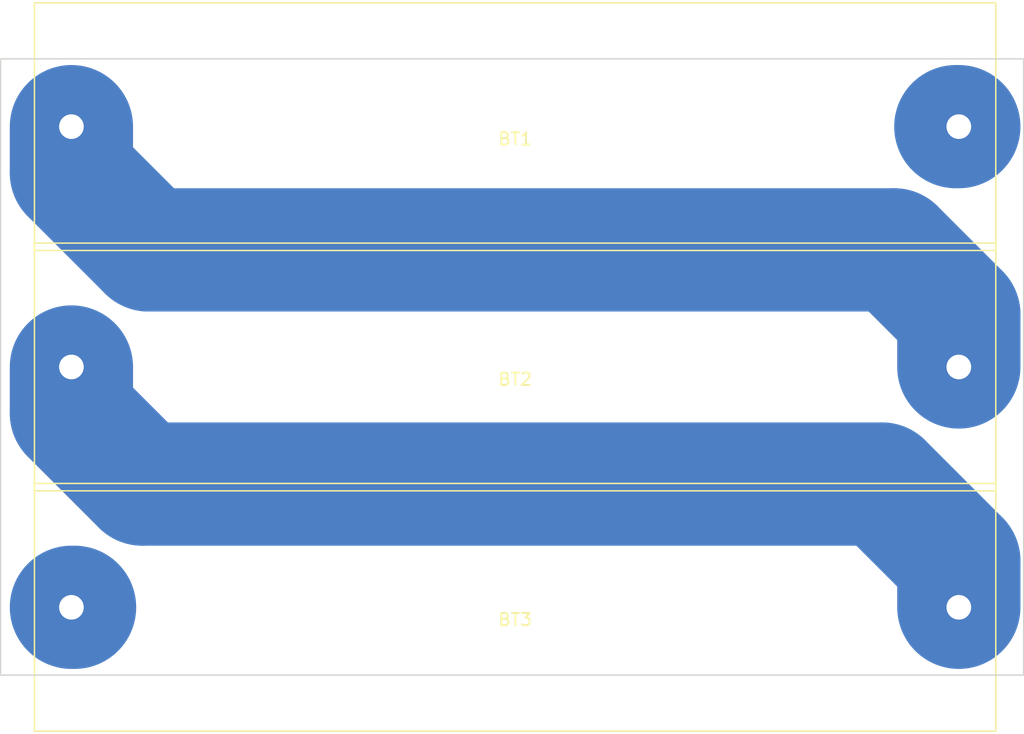
<source format=kicad_pcb>
(kicad_pcb (version 20221018) (generator pcbnew)
  (title_block (title "Veículo Autonomo de Superfície - Placa Baterias") (date "2023-05-13") (rev "1") (company "Jhonatas Willian Gonçalves de Moraes"))
  (layers (0 "F.Cu" signal) (31 "B.Cu" signal) (34 "B.Paste" user) (35 "F.Paste" user) (36 "B.SilkS" user "B.Silkscreen") (37 "F.SilkS" user "F.Silkscreen") (38 "B.Mask" user) (39 "F.Mask" user) (44 "Edge.Cuts" user))
  (net 0 "")
  (net 1 "+4V")
  (net 2 "GND")
  (net 3 "+8V")
  (net 4 "+12V")
  (footprint "Battery:BatteryHolder_MPD_BH-18650-PC2" (layer "F.Cu") (at 119.897 91.697)
    (fp_text reference "BT2" (at 36 1) (layer "F.SilkS"))
    (fp_text value "Battery")
    (fp_line (start -3 -10.05) (end 75 -10.05) (stroke (width 0.12)) (layer "F.SilkS"))
    (fp_line (start -3 10.05) (end -3 -10.05) (stroke (width 0.12)) (layer "F.SilkS"))
    (fp_line (start 75 -10.05) (end 75 10.05) (stroke (width 0.12)) (layer "F.SilkS"))
    (fp_line (start 75 10.05) (end -3 10.05) (stroke (width 0.12)) (layer "F.SilkS"))
    (pad "" np_thru_hole circle (at 8.645 0) (size 3.2 3.2) (drill 3.2) (layers "*.Cu" "*.Mask"))
    (pad "" np_thru_hole circle (at 64.255 0) (size 3.2 3.2) (drill 3.2) (layers "*.Cu" "*.Mask"))
    (pad "1" thru_hole rect (at 0 0) (size 3.5 3.5) (drill 2) (layers "*.Cu" "*.Mask") (net 3 "+8V"))
    (pad "2" thru_hole circle (at 72 0) (size 3.5 3.5) (drill 2) (layers "*.Cu" "*.Mask") (net 1 "+4V"))
  )
  (footprint "Battery:BatteryHolder_MPD_BH-18650-PC2" (layer "F.Cu") (at 119.897 111.197)
    (fp_text reference "BT3" (at 36 1) (layer "F.SilkS"))
    (fp_text value "Battery")
    (fp_line (start -3 -10.05) (end 75 -10.05) (stroke (width 0.12)) (layer "F.SilkS"))
    (fp_line (start -3 10.05) (end -3 -10.05) (stroke (width 0.12)) (layer "F.SilkS"))
    (fp_line (start 75 -10.05) (end 75 10.05) (stroke (width 0.12)) (layer "F.SilkS"))
    (fp_line (start 75 10.05) (end -3 10.05) (stroke (width 0.12)) (layer "F.SilkS"))
    (pad "" np_thru_hole circle (at 8.645 0) (size 3.2 3.2) (drill 3.2) (layers "*.Cu" "*.Mask"))
    (pad "" np_thru_hole circle (at 64.255 0) (size 3.2 3.2) (drill 3.2) (layers "*.Cu" "*.Mask"))
    (pad "1" thru_hole rect (at 0 0) (size 3.5 3.5) (drill 2) (layers "*.Cu" "*.Mask") (net 4 "+12V"))
    (pad "2" thru_hole circle (at 72 0) (size 3.5 3.5) (drill 2) (layers "*.Cu" "*.Mask") (net 3 "+8V"))
  )
  (footprint "Battery:BatteryHolder_MPD_BH-18650-PC2" (layer "F.Cu") (at 119.897 72.197)
    (fp_text reference "BT1" (at 36 1) (layer "F.SilkS"))
    (fp_text value "Battery")
    (fp_line (start -3 -10.05) (end 75 -10.05) (stroke (width 0.12)) (layer "F.SilkS"))
    (fp_line (start -3 10.05) (end -3 -10.05) (stroke (width 0.12)) (layer "F.SilkS"))
    (fp_line (start 75 -10.05) (end 75 10.05) (stroke (width 0.12)) (layer "F.SilkS"))
    (fp_line (start 75 10.05) (end -3 10.05) (stroke (width 0.12)) (layer "F.SilkS"))
    (pad "" np_thru_hole circle (at 8.645 0) (size 3.2 3.2) (drill 3.2) (layers "*.Cu" "*.Mask"))
    (pad "" np_thru_hole circle (at 64.255 0) (size 3.2 3.2) (drill 3.2) (layers "*.Cu" "*.Mask"))
    (pad "1" thru_hole rect (at 0 0) (size 3.5 3.5) (drill 2) (layers "*.Cu" "*.Mask") (net 1 "+4V"))
    (pad "2" thru_hole circle (at 72 0) (size 3.5 3.5) (drill 2) (layers "*.Cu" "*.Mask") (net 2 "GND"))
  )
  (gr_rect (start 114.152 66.697) (end 197.152 116.697) (stroke (width 0.1)) (fill none) (layer "Edge.Cuts"))
  (segment (start 186.652 82.197) (end 191.897 87.442) (width 10) (layer "B.Cu") (net 1))
  (segment (start 191.897 87.442) (end 191.897 91.697) (width 10) (layer "B.Cu") (net 1))
  (segment (start 126.152 82.197) (end 186.652 82.197) (width 10) (layer "B.Cu") (net 1))
  (segment (start 119.897 72.197) (end 119.897 75.942) (width 10) (layer "B.Cu") (net 1))
  (segment (start 119.897 75.942) (end 126.152 82.197) (width 10) (layer "B.Cu") (net 1))
  (segment (start 191.897 72.197) (end 191.652 72.197) (width 10) (layer "B.Cu") (net 2))
  (segment (start 185.652 101.197) (end 191.897 107.442) (width 10) (layer "B.Cu") (net 3))
  (segment (start 191.897 107.442) (end 191.897 111.197) (width 10) (layer "B.Cu") (net 3))
  (segment (start 125.652 101.197) (end 185.652 101.197) (width 10) (layer "B.Cu") (net 3))
  (segment (start 119.897 95.442) (end 125.652 101.197) (width 10) (layer "B.Cu") (net 3))
  (segment (start 119.897 91.697) (end 119.897 95.442) (width 10) (layer "B.Cu") (net 3))
  (segment (start 119.897 111.197) (end 120.152 111.197) (width 10) (layer "B.Cu") (net 4))
)
</source>
